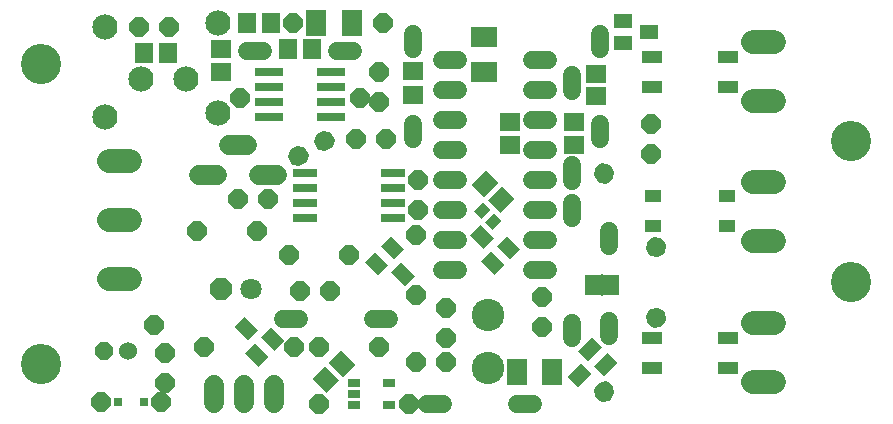
<source format=gbs>
G75*
%MOIN*%
%OFA0B0*%
%FSLAX25Y25*%
%IPPOS*%
%LPD*%
%AMOC8*
5,1,8,0,0,1.08239X$1,22.5*
%
%ADD10C,0.13398*%
%ADD11R,0.03162X0.03162*%
%ADD12OC8,0.06000*%
%ADD13C,0.06000*%
%ADD14OC8,0.07100*%
%ADD15C,0.07100*%
%ADD16OC8,0.06400*%
%ADD17C,0.08400*%
%ADD18C,0.01280*%
%ADD19C,0.06000*%
%ADD20R,0.07099X0.05918*%
%ADD21R,0.09461X0.03162*%
%ADD22R,0.06706X0.08674*%
%ADD23C,0.07850*%
%ADD24R,0.05918X0.07099*%
%ADD25R,0.06706X0.05918*%
%ADD26R,0.03556X0.04343*%
%ADD27C,0.06800*%
%ADD28R,0.05400X0.07100*%
%ADD29R,0.00600X0.07200*%
%ADD30R,0.07887X0.03162*%
%ADD31R,0.04737X0.06312*%
%ADD32R,0.05918X0.06706*%
%ADD33R,0.07099X0.04343*%
%ADD34R,0.04400X0.02900*%
%ADD35R,0.06312X0.04737*%
%ADD36R,0.08674X0.06706*%
%ADD37R,0.05524X0.03950*%
%ADD38C,0.10800*%
D10*
X0038930Y0060655D03*
X0038930Y0160655D03*
X0308930Y0135030D03*
X0308930Y0088155D03*
D11*
X0073260Y0048155D03*
X0064599Y0048155D03*
D12*
X0059930Y0065030D03*
D13*
X0067930Y0065030D03*
D14*
X0098930Y0085655D03*
D15*
X0108930Y0085655D03*
D16*
X0058930Y0048155D03*
X0078930Y0048155D03*
X0080180Y0054405D03*
X0080180Y0064405D03*
X0076430Y0073780D03*
X0093305Y0066280D03*
X0123305Y0066280D03*
X0131430Y0066280D03*
X0151430Y0066280D03*
X0163930Y0061280D03*
X0173930Y0061280D03*
X0173930Y0069405D03*
X0173930Y0079405D03*
X0163930Y0083780D03*
X0141430Y0096905D03*
X0135180Y0085030D03*
X0125180Y0085030D03*
X0121430Y0096905D03*
X0110805Y0105030D03*
X0114555Y0115655D03*
X0104555Y0115655D03*
X0090805Y0105030D03*
X0143930Y0135655D03*
X0153930Y0135655D03*
X0151430Y0148155D03*
X0145180Y0149405D03*
X0151430Y0158155D03*
X0152680Y0174405D03*
X0122680Y0174405D03*
X0105180Y0149405D03*
X0081430Y0173155D03*
X0071430Y0173155D03*
X0164555Y0121905D03*
X0164555Y0111905D03*
X0163930Y0103780D03*
X0205805Y0083155D03*
X0205805Y0073155D03*
X0161430Y0047530D03*
X0131430Y0047530D03*
X0242055Y0130655D03*
X0242055Y0140655D03*
D17*
X0097680Y0144405D03*
X0087055Y0155655D03*
X0072055Y0155655D03*
X0060180Y0143155D03*
X0060180Y0173155D03*
X0097680Y0174405D03*
D18*
X0131153Y0135308D02*
X0130513Y0134668D01*
X0131063Y0136717D01*
X0132898Y0137777D01*
X0134947Y0137227D01*
X0136007Y0135392D01*
X0135457Y0133343D01*
X0133622Y0132283D01*
X0131573Y0132833D01*
X0130513Y0134668D01*
X0131544Y0134804D01*
X0131887Y0136084D01*
X0133034Y0136746D01*
X0134314Y0136403D01*
X0134976Y0135256D01*
X0134633Y0133976D01*
X0133486Y0133314D01*
X0132206Y0133657D01*
X0131544Y0134804D01*
X0132574Y0134940D01*
X0132711Y0135451D01*
X0133170Y0135716D01*
X0133681Y0135579D01*
X0133946Y0135120D01*
X0133809Y0134609D01*
X0133350Y0134344D01*
X0132839Y0134481D01*
X0132574Y0134940D01*
X0122492Y0130308D02*
X0121852Y0129668D01*
X0122402Y0131717D01*
X0124237Y0132777D01*
X0126286Y0132227D01*
X0127346Y0130392D01*
X0126796Y0128343D01*
X0124961Y0127283D01*
X0122912Y0127833D01*
X0121852Y0129668D01*
X0122883Y0129804D01*
X0123226Y0131084D01*
X0124373Y0131746D01*
X0125653Y0131403D01*
X0126315Y0130256D01*
X0125972Y0128976D01*
X0124825Y0128314D01*
X0123545Y0128657D01*
X0122883Y0129804D01*
X0123913Y0129940D01*
X0124050Y0130451D01*
X0124509Y0130716D01*
X0125020Y0130579D01*
X0125285Y0130120D01*
X0125148Y0129609D01*
X0124689Y0129344D01*
X0124178Y0129481D01*
X0123913Y0129940D01*
X0226616Y0126257D02*
X0225976Y0126897D01*
X0228065Y0126528D01*
X0229281Y0124792D01*
X0228912Y0122703D01*
X0227176Y0121487D01*
X0225087Y0121856D01*
X0223871Y0123592D01*
X0224240Y0125681D01*
X0225976Y0126897D01*
X0226201Y0125882D01*
X0227506Y0125652D01*
X0228266Y0124567D01*
X0228036Y0123262D01*
X0226951Y0122502D01*
X0225646Y0122732D01*
X0224886Y0123817D01*
X0225116Y0125122D01*
X0226201Y0125882D01*
X0226426Y0124868D01*
X0226948Y0124776D01*
X0227252Y0124342D01*
X0227160Y0123820D01*
X0226726Y0123516D01*
X0226204Y0123608D01*
X0225900Y0124042D01*
X0225992Y0124564D01*
X0226426Y0124868D01*
X0243823Y0101683D02*
X0243183Y0102323D01*
X0245272Y0101954D01*
X0246488Y0100218D01*
X0246119Y0098129D01*
X0244383Y0096913D01*
X0242294Y0097282D01*
X0241078Y0099018D01*
X0241447Y0101107D01*
X0243183Y0102323D01*
X0243408Y0101308D01*
X0244713Y0101078D01*
X0245473Y0099993D01*
X0245243Y0098688D01*
X0244158Y0097928D01*
X0242853Y0098158D01*
X0242093Y0099243D01*
X0242323Y0100548D01*
X0243408Y0101308D01*
X0243633Y0100294D01*
X0244155Y0100202D01*
X0244459Y0099768D01*
X0244367Y0099246D01*
X0243933Y0098942D01*
X0243411Y0099034D01*
X0243107Y0099468D01*
X0243199Y0099990D01*
X0243633Y0100294D01*
X0242087Y0075218D02*
X0241447Y0074578D01*
X0241078Y0076667D01*
X0242294Y0078403D01*
X0244383Y0078772D01*
X0246119Y0077556D01*
X0246488Y0075467D01*
X0245272Y0073731D01*
X0243183Y0073362D01*
X0241447Y0074578D01*
X0242323Y0075137D01*
X0242093Y0076442D01*
X0242853Y0077527D01*
X0244158Y0077757D01*
X0245243Y0076997D01*
X0245473Y0075692D01*
X0244713Y0074607D01*
X0243408Y0074377D01*
X0242323Y0075137D01*
X0243199Y0075695D01*
X0243107Y0076217D01*
X0243411Y0076651D01*
X0243933Y0076743D01*
X0244367Y0076439D01*
X0244459Y0075917D01*
X0244155Y0075483D01*
X0243633Y0075391D01*
X0243199Y0075695D01*
X0224880Y0050644D02*
X0224240Y0050004D01*
X0223871Y0052093D01*
X0225087Y0053829D01*
X0227176Y0054198D01*
X0228912Y0052982D01*
X0229281Y0050893D01*
X0228065Y0049157D01*
X0225976Y0048788D01*
X0224240Y0050004D01*
X0225116Y0050563D01*
X0224886Y0051868D01*
X0225646Y0052953D01*
X0226951Y0053183D01*
X0228036Y0052423D01*
X0228266Y0051118D01*
X0227506Y0050033D01*
X0226201Y0049803D01*
X0225116Y0050563D01*
X0225992Y0051121D01*
X0225900Y0051643D01*
X0226204Y0052077D01*
X0226726Y0052169D01*
X0227160Y0051865D01*
X0227252Y0051343D01*
X0226948Y0050909D01*
X0226426Y0050817D01*
X0225992Y0051121D01*
D19*
X0202780Y0047530D02*
X0197580Y0047530D01*
X0172780Y0047530D02*
X0167580Y0047530D01*
X0154655Y0075655D02*
X0149455Y0075655D01*
X0124655Y0075655D02*
X0119455Y0075655D01*
X0172580Y0091905D02*
X0177780Y0091905D01*
X0177780Y0101905D02*
X0172580Y0101905D01*
X0172580Y0111905D02*
X0177780Y0111905D01*
X0177780Y0121905D02*
X0172580Y0121905D01*
X0172580Y0131905D02*
X0177780Y0131905D01*
X0177780Y0141905D02*
X0172580Y0141905D01*
X0162680Y0140755D02*
X0162680Y0135555D01*
X0172580Y0151905D02*
X0177780Y0151905D01*
X0177780Y0161905D02*
X0172580Y0161905D01*
X0162680Y0165555D02*
X0162680Y0170755D01*
X0142780Y0165030D02*
X0137580Y0165030D01*
X0112780Y0165030D02*
X0107580Y0165030D01*
X0202580Y0161905D02*
X0207780Y0161905D01*
X0215805Y0157005D02*
X0215805Y0151805D01*
X0207780Y0151905D02*
X0202580Y0151905D01*
X0202580Y0141905D02*
X0207780Y0141905D01*
X0207780Y0131905D02*
X0202580Y0131905D01*
X0215805Y0127005D02*
X0215805Y0121805D01*
X0207780Y0121905D02*
X0202580Y0121905D01*
X0215805Y0114505D02*
X0215805Y0109305D01*
X0207780Y0111905D02*
X0202580Y0111905D01*
X0202580Y0101905D02*
X0207780Y0101905D01*
X0207780Y0091905D02*
X0202580Y0091905D01*
X0228305Y0099930D02*
X0228305Y0105130D01*
X0225180Y0135555D02*
X0225180Y0140755D01*
X0225180Y0165555D02*
X0225180Y0170755D01*
X0228305Y0075130D02*
X0228305Y0069930D01*
X0215805Y0069305D02*
X0215805Y0074505D01*
D20*
X0162680Y0150468D03*
X0162680Y0158342D03*
D21*
X0135416Y0158155D03*
X0135416Y0153155D03*
X0135416Y0148155D03*
X0135416Y0143155D03*
X0114943Y0143155D03*
X0114943Y0148155D03*
X0114943Y0153155D03*
X0114943Y0158155D03*
D22*
X0130524Y0174405D03*
X0142335Y0174405D03*
X0197399Y0058155D03*
X0209210Y0058155D03*
D23*
X0276030Y0054563D02*
X0283080Y0054563D01*
X0283080Y0074248D02*
X0276030Y0074248D01*
X0276030Y0101750D02*
X0283080Y0101750D01*
X0283080Y0121435D02*
X0276030Y0121435D01*
X0276030Y0148313D02*
X0283080Y0148313D01*
X0283080Y0167998D02*
X0276030Y0167998D01*
X0068626Y0128465D02*
X0061576Y0128465D01*
X0061576Y0108780D02*
X0068626Y0108780D01*
X0068626Y0089095D02*
X0061576Y0089095D01*
D24*
X0073118Y0164405D03*
X0080992Y0164405D03*
X0107493Y0174405D03*
X0115367Y0174405D03*
X0121243Y0165655D03*
X0129117Y0165655D03*
D25*
X0098930Y0165645D03*
X0098930Y0158165D03*
X0195180Y0141270D03*
X0195180Y0133790D03*
X0216430Y0133790D03*
X0216430Y0141270D03*
X0223930Y0150040D03*
X0223930Y0157520D03*
D26*
G36*
X0186147Y0114632D02*
X0188662Y0112117D01*
X0185593Y0109048D01*
X0183078Y0111563D01*
X0186147Y0114632D01*
G37*
G36*
X0189766Y0111013D02*
X0192281Y0108498D01*
X0189212Y0105429D01*
X0186697Y0107944D01*
X0189766Y0111013D01*
G37*
D27*
X0117555Y0123780D02*
X0111555Y0123780D01*
X0097555Y0123780D02*
X0091555Y0123780D01*
X0101555Y0133780D02*
X0107555Y0133780D01*
X0106430Y0053655D02*
X0106430Y0047655D01*
X0116430Y0047655D02*
X0116430Y0053655D01*
X0096430Y0053655D02*
X0096430Y0047655D01*
D28*
X0222805Y0086905D03*
X0228805Y0086905D03*
D29*
X0225805Y0086905D03*
D30*
X0155997Y0109405D03*
X0155997Y0114405D03*
X0155997Y0119405D03*
X0155997Y0124405D03*
X0126863Y0124405D03*
X0126863Y0119405D03*
X0126863Y0114405D03*
X0126863Y0109405D03*
D31*
G36*
X0154629Y0093641D02*
X0151280Y0090292D01*
X0146817Y0094755D01*
X0150166Y0098104D01*
X0154629Y0093641D01*
G37*
G36*
X0163398Y0090161D02*
X0160049Y0086812D01*
X0155586Y0091275D01*
X0158935Y0094624D01*
X0163398Y0090161D01*
G37*
G36*
X0159918Y0098930D02*
X0156569Y0095581D01*
X0152106Y0100044D01*
X0155455Y0103393D01*
X0159918Y0098930D01*
G37*
G36*
X0181961Y0103649D02*
X0185310Y0106998D01*
X0189773Y0102535D01*
X0186424Y0099186D01*
X0181961Y0103649D01*
G37*
G36*
X0185441Y0094880D02*
X0188790Y0098229D01*
X0193253Y0093766D01*
X0189904Y0090417D01*
X0185441Y0094880D01*
G37*
G36*
X0190731Y0100170D02*
X0194080Y0103519D01*
X0198543Y0099056D01*
X0195194Y0095707D01*
X0190731Y0100170D01*
G37*
G36*
X0221290Y0061831D02*
X0217941Y0065180D01*
X0222404Y0069643D01*
X0225753Y0066294D01*
X0221290Y0061831D01*
G37*
G36*
X0226580Y0056542D02*
X0223231Y0059891D01*
X0227694Y0064354D01*
X0231043Y0061005D01*
X0226580Y0056542D01*
G37*
G36*
X0217810Y0053062D02*
X0214461Y0056411D01*
X0218924Y0060874D01*
X0222273Y0057525D01*
X0217810Y0053062D01*
G37*
G36*
X0111981Y0069545D02*
X0115330Y0072894D01*
X0119793Y0068431D01*
X0116444Y0065082D01*
X0111981Y0069545D01*
G37*
G36*
X0103211Y0073024D02*
X0106560Y0076373D01*
X0111023Y0071910D01*
X0107674Y0068561D01*
X0103211Y0073024D01*
G37*
G36*
X0106691Y0064255D02*
X0110040Y0067604D01*
X0114503Y0063141D01*
X0111154Y0059792D01*
X0106691Y0064255D01*
G37*
D32*
G36*
X0129322Y0055788D02*
X0133507Y0059973D01*
X0138248Y0055232D01*
X0134063Y0051047D01*
X0129322Y0055788D01*
G37*
G36*
X0134611Y0061078D02*
X0138796Y0065263D01*
X0143537Y0060522D01*
X0139352Y0056337D01*
X0134611Y0061078D01*
G37*
G36*
X0191921Y0111047D02*
X0187736Y0115232D01*
X0192477Y0119973D01*
X0196662Y0115788D01*
X0191921Y0111047D01*
G37*
G36*
X0186632Y0116337D02*
X0182447Y0120522D01*
X0187188Y0125263D01*
X0191373Y0121078D01*
X0186632Y0116337D01*
G37*
D33*
X0242384Y0153155D03*
X0242384Y0163155D03*
X0267975Y0163155D03*
X0267975Y0153155D03*
X0267975Y0069405D03*
X0267975Y0059405D03*
X0242384Y0059405D03*
X0242384Y0069405D03*
D34*
X0154730Y0054355D03*
X0154730Y0046955D03*
X0143130Y0046955D03*
X0143130Y0050655D03*
X0143130Y0054355D03*
D35*
X0232724Y0167540D03*
X0232724Y0175020D03*
X0241385Y0171280D03*
D36*
X0186430Y0169686D03*
X0186430Y0157875D03*
D37*
X0242778Y0116593D03*
X0242778Y0106593D03*
X0267581Y0106593D03*
X0267581Y0116593D03*
D38*
X0187680Y0076905D03*
X0187680Y0059405D03*
M02*

</source>
